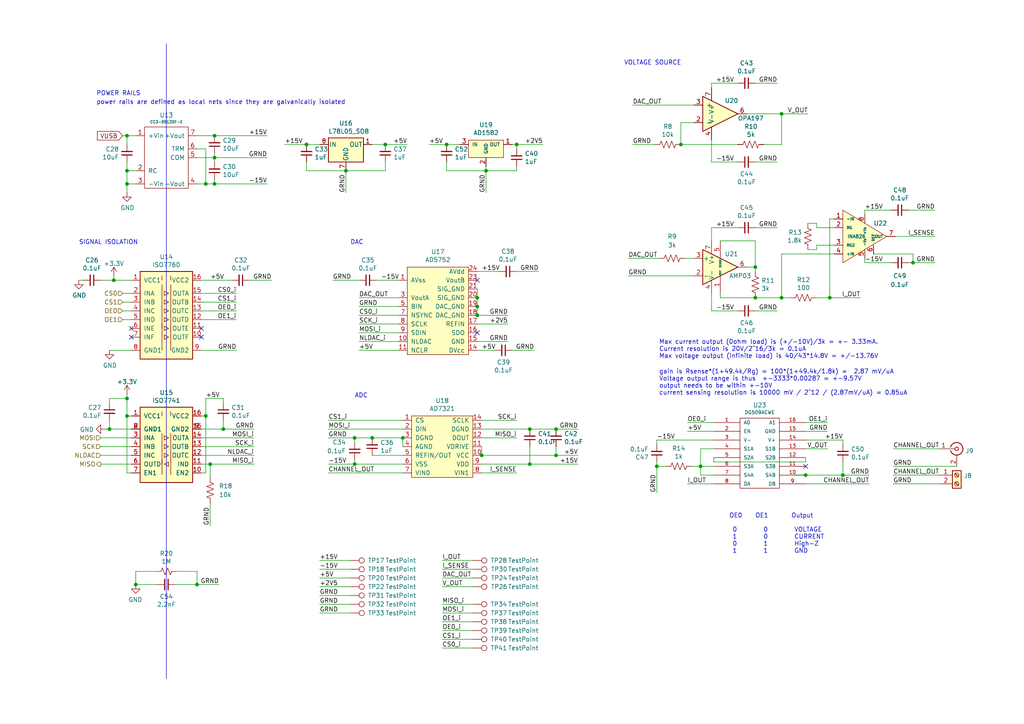
<source format=kicad_sch>
(kicad_sch (version 20231120) (generator "eeschema") (generator_version "8.0")
  (paper "A4")
  (junction (at 36.83 120.65))
  (junction (at 57.15 169.545))
  (junction (at 140.97 49.53))
  (junction (at 36.83 53.34))
  (junction (at 62.23 39.37))
  (junction (at 31.75 124.46))
  (junction (at 264.795 76.2))
  (junction (at 149.86 41.91))
  (junction (at 161.29 132.08))
  (junction (at 64.77 124.46))
  (junction (at 161.29 124.46))
  (junction (at 59.69 53.34))
  (junction (at 139.7 132.08))
  (junction (at 197.485 41.91))
  (junction (at 36.83 115.57))
  (junction (at 138.43 91.44))
  (junction (at 36.83 39.37))
  (junction (at 100.33 49.53))
  (junction (at 138.43 86.36))
  (junction (at 219.075 77.47))
  (junction (at 62.23 45.72))
  (junction (at 102.87 127))
  (junction (at 240.665 86.36))
  (junction (at 88.9 41.91))
  (junction (at 129.54 41.91))
  (junction (at 233.68 137.795))
  (junction (at 39.37 169.545))
  (junction (at 36.83 49.53))
  (junction (at 60.96 134.62))
  (junction (at 116.84 127))
  (junction (at 219.075 86.36))
  (junction (at 244.475 137.795))
  (junction (at 59.69 120.65))
  (junction (at 33.02 81.28))
  (junction (at 102.87 134.62))
  (junction (at 111.76 41.91))
  (junction (at 138.43 88.9))
  (junction (at 226.695 86.36))
  (junction (at 203.2 135.255))
  (junction (at 62.23 53.34))
  (junction (at 153.67 134.62))
  (junction (at 107.95 127))
  (junction (at 153.67 124.46))
  (junction (at 226.695 33.02))
  (junction (at 190.5 135.255))
  (no_connect (at 138.43 96.52))
  (no_connect (at 138.43 81.28))
  (no_connect (at 233.68 135.255))
  (no_connect (at 38.1 95.25))
  (no_connect (at 58.42 95.25))
  (no_connect (at 58.42 97.79))
  (no_connect (at 38.1 97.79))
  (wire (pts (xy 140.97 49.53) (xy 140.97 48.26)))
  (wire (pts (xy 259.08 140.335) (xy 272.415 140.335)))
  (wire (pts (xy 64.77 121.92) (xy 64.77 124.46)))
  (wire (pts (xy 190.5 135.255) (xy 190.5 142.875)))
  (wire (pts (xy 244.475 128.905) (xy 244.475 127.635)))
  (wire (pts (xy 208.915 69.85) (xy 219.075 69.85)))
  (wire (pts (xy 128.27 185.42) (xy 137.16 185.42)))
  (wire (pts (xy 104.14 99.06) (xy 115.57 99.06)))
  (wire (pts (xy 129.54 41.91) (xy 133.35 41.91)))
  (wire (pts (xy 92.71 175.26) (xy 101.6 175.26)))
  (wire (pts (xy 207.01 137.795) (xy 203.2 137.795)))
  (wire (pts (xy 206.375 69.85) (xy 206.375 66.04)))
  (wire (pts (xy 102.87 134.62) (xy 102.87 133.35)))
  (wire (pts (xy 92.71 162.56) (xy 101.6 162.56)))
  (wire (pts (xy 264.795 73.66) (xy 264.795 76.2)))
  (wire (pts (xy 128.27 177.8) (xy 137.16 177.8)))
  (wire (pts (xy 206.375 90.17) (xy 206.375 85.09)))
  (wire (pts (xy 33.02 81.28) (xy 33.02 80.01)))
  (wire (pts (xy 149.86 41.91) (xy 149.86 43.18)))
  (wire (pts (xy 36.83 39.37) (xy 39.37 39.37)))
  (wire (pts (xy 104.14 88.9) (xy 115.57 88.9)))
  (wire (pts (xy 102.87 128.27) (xy 102.87 127)))
  (wire (pts (xy 219.075 86.36) (xy 226.695 86.36)))
  (wire (pts (xy 236.855 72.39) (xy 234.315 72.39)))
  (wire (pts (xy 57.15 39.37) (xy 62.23 39.37)))
  (wire (pts (xy 36.83 137.16) (xy 38.1 137.16)))
  (wire (pts (xy 138.43 93.98) (xy 147.32 93.98)))
  (wire (pts (xy 139.7 134.62) (xy 153.67 134.62)))
  (wire (pts (xy 36.83 120.65) (xy 36.83 137.16)))
  (wire (pts (xy 219.075 90.17) (xy 225.425 90.17)))
  (wire (pts (xy 57.15 43.18) (xy 59.69 43.18)))
  (wire (pts (xy 139.7 124.46) (xy 153.67 124.46)))
  (wire (pts (xy 138.43 99.06) (xy 147.32 99.06)))
  (wire (pts (xy 39.37 165.735) (xy 45.72 165.735)))
  (wire (pts (xy 59.69 137.16) (xy 59.69 120.65)))
  (wire (pts (xy 62.23 45.72) (xy 77.47 45.72)))
  (polyline (pts (xy 48.26 12.7) (xy 48.26 196.85)))
  (wire (pts (xy 226.695 33.02) (xy 226.695 41.91)))
  (wire (pts (xy 72.39 81.28) (xy 78.74 81.28)))
  (wire (pts (xy 38.1 90.17) (xy 35.56 90.17)))
  (wire (pts (xy 240.665 86.36) (xy 249.555 86.36)))
  (wire (pts (xy 128.27 182.88) (xy 137.16 182.88)))
  (wire (pts (xy 58.42 85.09) (xy 68.58 85.09)))
  (wire (pts (xy 250.825 62.23) (xy 250.825 60.96)))
  (wire (pts (xy 234.315 64.77) (xy 236.855 64.77)))
  (wire (pts (xy 38.1 85.09) (xy 35.56 85.09)))
  (wire (pts (xy 38.1 81.28) (xy 33.02 81.28)))
  (wire (pts (xy 59.69 53.34) (xy 57.15 53.34)))
  (wire (pts (xy 58.42 129.54) (xy 73.66 129.54)))
  (wire (pts (xy 244.475 133.985) (xy 244.475 137.795)))
  (wire (pts (xy 58.42 101.6) (xy 68.58 101.6)))
  (wire (pts (xy 31.75 101.6) (xy 38.1 101.6)))
  (wire (pts (xy 219.075 66.04) (xy 225.425 66.04)))
  (wire (pts (xy 29.21 127) (xy 38.1 127)))
  (wire (pts (xy 149.86 78.74) (xy 156.21 78.74)))
  (wire (pts (xy 219.075 86.36) (xy 208.915 86.36)))
  (wire (pts (xy 139.7 127) (xy 149.86 127)))
  (wire (pts (xy 102.87 127) (xy 95.25 127)))
  (wire (pts (xy 161.29 124.46) (xy 167.64 124.46)))
  (wire (pts (xy 58.42 87.63) (xy 68.58 87.63)))
  (wire (pts (xy 128.27 167.64) (xy 137.16 167.64)))
  (wire (pts (xy 95.25 137.16) (xy 116.84 137.16)))
  (wire (pts (xy 92.71 170.18) (xy 101.6 170.18)))
  (wire (pts (xy 226.695 86.36) (xy 229.235 86.36)))
  (wire (pts (xy 138.43 91.44) (xy 147.32 91.44)))
  (wire (pts (xy 233.68 125.095) (xy 240.03 125.095)))
  (wire (pts (xy 199.39 140.335) (xy 207.01 140.335)))
  (wire (pts (xy 207.01 135.255) (xy 203.2 135.255)))
  (wire (pts (xy 259.08 135.255) (xy 277.495 135.255)))
  (wire (pts (xy 36.83 115.57) (xy 36.83 114.3)))
  (wire (pts (xy 124.46 41.91) (xy 129.54 41.91)))
  (wire (pts (xy 264.795 76.2) (xy 263.525 76.2)))
  (wire (pts (xy 139.7 132.08) (xy 139.7 129.54)))
  (wire (pts (xy 95.25 121.92) (xy 116.84 121.92)))
  (wire (pts (xy 208.915 86.36) (xy 208.915 85.09)))
  (wire (pts (xy 50.8 169.545) (xy 57.15 169.545)))
  (wire (pts (xy 264.795 76.2) (xy 271.145 76.2)))
  (wire (pts (xy 35.56 87.63) (xy 38.1 87.63)))
  (wire (pts (xy 258.445 76.2) (xy 250.825 76.2)))
  (wire (pts (xy 128.27 187.96) (xy 137.16 187.96)))
  (wire (pts (xy 149.86 49.53) (xy 149.86 48.26)))
  (wire (pts (xy 236.855 64.77) (xy 236.855 66.04)))
  (wire (pts (xy 233.68 130.175) (xy 240.03 130.175)))
  (wire (pts (xy 233.68 127.635) (xy 244.475 127.635)))
  (wire (pts (xy 138.43 88.9) (xy 138.43 91.44)))
  (wire (pts (xy 35.56 92.71) (xy 38.1 92.71)))
  (wire (pts (xy 149.86 41.91) (xy 157.48 41.91)))
  (wire (pts (xy 29.21 81.28) (xy 33.02 81.28)))
  (wire (pts (xy 199.39 122.555) (xy 207.01 122.555)))
  (wire (pts (xy 244.475 137.795) (xy 252.095 137.795)))
  (wire (pts (xy 161.29 129.54) (xy 161.29 132.08)))
  (wire (pts (xy 109.22 81.28) (xy 115.57 81.28)))
  (wire (pts (xy 229.87 137.795) (xy 233.68 137.795)))
  (wire (pts (xy 57.15 45.72) (xy 62.23 45.72)))
  (wire (pts (xy 104.14 96.52) (xy 115.57 96.52)))
  (wire (pts (xy 31.75 115.57) (xy 31.75 116.84)))
  (wire (pts (xy 92.71 177.8) (xy 101.6 177.8)))
  (wire (pts (xy 29.21 129.54) (xy 38.1 129.54)))
  (wire (pts (xy 58.42 120.65) (xy 59.69 120.65)))
  (wire (pts (xy 250.825 74.93) (xy 250.825 76.2)))
  (wire (pts (xy 96.52 81.28) (xy 104.14 81.28)))
  (wire (pts (xy 250.825 60.96) (xy 258.445 60.96)))
  (wire (pts (xy 216.535 33.02) (xy 226.695 33.02)))
  (wire (pts (xy 58.42 124.46) (xy 64.77 124.46)))
  (wire (pts (xy 206.375 24.13) (xy 213.995 24.13)))
  (wire (pts (xy 58.42 132.08) (xy 73.66 132.08)))
  (wire (pts (xy 116.84 129.54) (xy 116.84 127)))
  (wire (pts (xy 206.375 40.64) (xy 206.375 46.99)))
  (wire (pts (xy 190.5 135.255) (xy 193.04 135.255)))
  (wire (pts (xy 198.755 74.93) (xy 201.295 74.93)))
  (wire (pts (xy 95.25 134.62) (xy 102.87 134.62)))
  (wire (pts (xy 259.715 68.58) (xy 271.145 68.58)))
  (wire (pts (xy 206.375 66.04) (xy 213.995 66.04)))
  (wire (pts (xy 128.27 162.56) (xy 137.16 162.56)))
  (wire (pts (xy 111.76 41.91) (xy 118.11 41.91)))
  (wire (pts (xy 59.69 120.65) (xy 59.69 115.57)))
  (wire (pts (xy 92.71 172.72) (xy 101.6 172.72)))
  (wire (pts (xy 236.855 66.04) (xy 241.935 66.04)))
  (wire (pts (xy 148.59 41.91) (xy 149.86 41.91)))
  (wire (pts (xy 88.9 46.99) (xy 88.9 49.53)))
  (wire (pts (xy 100.33 49.53) (xy 100.33 55.88)))
  (wire (pts (xy 88.9 49.53) (xy 100.33 49.53)))
  (wire (pts (xy 226.695 73.66) (xy 241.935 73.66)))
  (wire (pts (xy 92.71 167.64) (xy 101.6 167.64)))
  (wire (pts (xy 190.5 135.255) (xy 190.5 133.985)))
  (wire (pts (xy 226.695 73.66) (xy 226.695 86.36)))
  (wire (pts (xy 59.69 53.34) (xy 62.23 53.34)))
  (wire (pts (xy 203.2 137.795) (xy 203.2 135.255)))
  (wire (pts (xy 203.2 130.175) (xy 203.2 135.255)))
  (wire (pts (xy 36.83 53.34) (xy 36.83 55.88)))
  (wire (pts (xy 64.77 124.46) (xy 73.66 124.46)))
  (wire (pts (xy 100.33 49.53) (xy 111.76 49.53)))
  (wire (pts (xy 102.87 134.62) (xy 116.84 134.62)))
  (wire (pts (xy 140.97 49.53) (xy 149.86 49.53)))
  (wire (pts (xy 62.23 45.72) (xy 62.23 46.99)))
  (wire (pts (xy 104.14 91.44) (xy 115.57 91.44)))
  (wire (pts (xy 197.485 35.56) (xy 201.295 35.56)))
  (wire (pts (xy 148.59 101.6) (xy 154.94 101.6)))
  (wire (pts (xy 139.7 132.08) (xy 161.29 132.08)))
  (wire (pts (xy 128.27 170.18) (xy 137.16 170.18)))
  (wire (pts (xy 161.29 132.08) (xy 167.64 132.08)))
  (wire (pts (xy 82.55 41.91) (xy 88.9 41.91)))
  (wire (pts (xy 36.83 120.65) (xy 36.83 115.57)))
  (wire (pts (xy 206.375 25.4) (xy 206.375 24.13)))
  (wire (pts (xy 183.515 30.48) (xy 201.295 30.48)))
  (wire (pts (xy 138.43 86.36) (xy 138.43 88.9)))
  (wire (pts (xy 35.56 39.37) (xy 36.83 39.37)))
  (wire (pts (xy 253.365 73.66) (xy 264.795 73.66)))
  (wire (pts (xy 219.075 24.13) (xy 225.425 24.13)))
  (wire (pts (xy 24.13 81.28) (xy 22.86 81.28)))
  (wire (pts (xy 200.66 135.255) (xy 203.2 135.255)))
  (wire (pts (xy 58.42 127) (xy 73.66 127)))
  (wire (pts (xy 207.01 132.715) (xy 207.01 133.985)))
  (wire (pts (xy 62.23 39.37) (xy 77.47 39.37)))
  (wire (pts (xy 58.42 134.62) (xy 60.96 134.62)))
  (wire (pts (xy 59.69 115.57) (xy 64.77 115.57)))
  (wire (pts (xy 111.76 49.53) (xy 111.76 46.99)))
  (wire (pts (xy 207.01 125.095) (xy 199.39 125.095)))
  (wire (pts (xy 62.23 53.34) (xy 62.23 52.07)))
  (wire (pts (xy 236.855 86.36) (xy 240.665 86.36)))
  (wire (pts (xy 64.77 115.57) (xy 64.77 116.84)))
  (wire (pts (xy 206.375 46.99) (xy 213.995 46.99)))
  (wire (pts (xy 58.42 81.28) (xy 67.31 81.28)))
  (wire (pts (xy 219.075 77.47) (xy 219.075 78.74)))
  (wire (pts (xy 259.08 137.795) (xy 272.415 137.795)))
  (wire (pts (xy 233.68 137.795) (xy 244.475 137.795)))
  (wire (pts (xy 95.25 124.46) (xy 116.84 124.46)))
  (wire (pts (xy 107.95 41.91) (xy 111.76 41.91)))
  (wire (pts (xy 221.615 41.91) (xy 226.695 41.91)))
  (wire (pts (xy 197.485 41.91) (xy 197.485 35.56)))
  (wire (pts (xy 60.96 134.62) (xy 60.96 138.43)))
  (wire (pts (xy 60.96 134.62) (xy 73.66 134.62)))
  (wire (pts (xy 60.96 146.05) (xy 60.96 152.4)))
  (wire (pts (xy 240.665 63.5) (xy 240.665 86.36)))
  (wire (pts (xy 31.75 121.92) (xy 31.75 124.46)))
  (wire (pts (xy 206.375 90.17) (xy 213.995 90.17)))
  (wire (pts (xy 39.37 53.34) (xy 36.83 53.34)))
  (wire (pts (xy 38.1 120.65) (xy 36.83 120.65)))
  (wire (pts (xy 128.27 165.1) (xy 137.16 165.1)))
  (wire (pts (xy 182.245 80.01) (xy 201.295 80.01)))
  (wire (pts (xy 36.83 41.91) (xy 36.83 39.37)))
  (wire (pts (xy 102.87 127) (xy 107.95 127)))
  (wire (pts (xy 29.21 134.62) (xy 38.1 134.62)))
  (wire (pts (xy 207.01 133.985) (xy 233.68 133.985)))
  (wire (pts (xy 58.42 90.17) (xy 68.58 90.17)))
  (wire (pts (xy 233.68 133.985) (xy 233.68 132.715)))
  (wire (pts (xy 92.71 41.91) (xy 88.9 41.91)))
  (wire (pts (xy 128.27 180.34) (xy 137.16 180.34)))
  (wire (pts (xy 207.01 130.175) (xy 203.2 130.175)))
  (wire (pts (xy 138.43 101.6) (xy 143.51 101.6)))
  (wire (pts (xy 58.42 92.71) (xy 68.58 92.71)))
  (wire (pts (xy 219.075 46.99) (xy 225.425 46.99)))
  (wire (pts (xy 104.14 93.98) (xy 115.57 93.98)))
  (wire (pts (xy 36.83 46.99) (xy 36.83 49.53)))
  (wire (pts (xy 236.855 71.12) (xy 236.855 72.39)))
  (wire (pts (xy 104.14 101.6) (xy 115.57 101.6)))
  (wire (pts (xy 190.5 128.905) (xy 190.5 127.635)))
  (wire (pts (xy 182.245 74.93) (xy 191.135 74.93)))
  (wire (pts (xy 62.23 53.34) (xy 77.47 53.34)))
  (wire (pts (xy 190.5 127.635) (xy 207.01 127.635)))
  (wire (pts (xy 30.48 124.46) (xy 31.75 124.46)))
  (wire (pts (xy 153.67 134.62) (xy 167.64 134.62)))
  (wire (pts (xy 58.42 137.16) (xy 59.69 137.16)))
  (wire (pts (xy 216.535 77.47) (xy 219.075 77.47)))
  (wire (pts (xy 129.54 49.53) (xy 140.97 49.53)))
  (wire (pts (xy 57.15 169.545) (xy 63.5 169.545)))
  (wire (pts (xy 62.23 45.72) (xy 62.23 44.45)))
  (wire (pts (xy 263.525 60.96) (xy 271.145 60.96)))
  (wire (pts (xy 219.075 69.85) (xy 219.075 77.47)))
  (wire (pts (xy 153.67 124.46) (xy 161.29 124.46)))
  (wire (pts (xy 31.75 115.57) (xy 36.83 115.57)))
  (wire (pts (xy 57.15 169.545) (xy 57.15 165.735)))
  (wire (pts (xy 138.43 78.74) (xy 144.78 78.74)))
  (wire (pts (xy 241.935 71.12) (xy 236.855 71.12)))
  (wire (pts (xy 233.68 140.335) (xy 252.095 140.335)))
  (wire (pts (xy 59.69 43.18) (xy 59.69 53.34)))
  (wire (pts (xy 138.43 83.82) (xy 138.43 86.36)))
  (wire (pts (xy 226.695 33.02) (xy 234.315 33.02)))
  (wire (pts (xy 259.08 130.175) (xy 272.415 130.175)))
  (wire (pts (xy 139.7 137.16) (xy 149.86 137.16)))
  (wire (pts (xy 29.21 132.08) (xy 38.1 132.08)))
  (wire (pts (xy 140.97 49.53) (xy 140.97 55.88)))
  (wire (pts (xy 197.485 41.91) (xy 213.995 41.91)))
  (wire (pts (xy 153.67 134.62) (xy 153.67 129.54)))
  (wire (pts (xy 92.71 165.1) (xy 101.6 165.1)))
  (wire (pts (xy 39.37 49.53) (xy 36.83 49.53)))
  (wire (pts (xy 36.83 49.53) (xy 36.83 53.34)))
  (wire (pts (xy 45.72 169.545) (xy 39.37 169.545)))
  (wire (pts (xy 128.27 175.26) (xy 137.16 175.26)))
  (wire (pts (xy 107.95 132.08) (xy 116.84 132.08)))
  (wire (pts (xy 183.515 41.91) (xy 189.865 41.91)))
  (wire (pts (xy 104.14 86.36) (xy 115.57 86.36)))
  (wire (pts (xy 107.95 127) (xy 116.84 127)))
  (wire (pts (xy 139.7 121.92) (xy 149.86 121.92)))
  (wire (pts (xy 39.37 169.545) (xy 39.37 165.735)))
  (wire (pts (xy 233.68 122.555) (xy 240.03 122.555)))
  (wire (pts (xy 50.8 165.735) (xy 57.15 165.735)))
  (wire (pts (xy 31.75 124.46) (xy 38.1 124.46)))
  (wire (pts (xy 241.935 63.5) (xy 240.665 63.5)))
  (wire (pts (xy 129.54 46.99) (xy 129.54 49.53)))
  (text "power rails are defined as local nets since they are galvanically isolated" (at 27.94 30.48 0) (effects (font (size 1.27 1.27)) (justify left bottom)))
  (text "ADC" (at 102.87 115.57 0) (effects (font (size 1.27 1.27)) (justify left bottom)))
  (text "gain is Rsense*(1+49.4k/Rg) = 100*(1+49.4k/1.8k) =  2.87 mV/uA\nVoltage output range is thus  +-3333*0.00287 = +-9.57V\noutput needs to be within +-10V\ncurrent sensing resolution is 10000 mV / 2^12 / (2.87mV/uA) = 0.85uA\n\n" (at 191.135 116.84 0) (effects (font (size 1.27 1.27)) (justify left bottom)))
  (text "OE0    OE1       Output      \n\n 0        0        VOLTAGE     \n 1        0        CURRENT    \n 0        1        High-Z  \n 1        1        GND  " (at 211.455 160.655 0) (effects (font (size 1.27 1.27)) (justify left bottom)))
  (text "SIGNAL ISOLATION" (at 22.86 71.12 0) (effects (font (size 1.27 1.27)) (justify left bottom)))
  (text "POWER RAILS" (at 27.94 27.94 0) (effects (font (size 1.27 1.27)) (justify left bottom)))
  (text "VOLTAGE SOURCE" (at 180.975 19.05 0) (effects (font (size 1.27 1.27)) (justify left bottom)))
  (text "DAC" (at 101.6 71.12 0) (effects (font (size 1.27 1.27)) (justify left bottom)))
  (text "Max current output (0ohm load) is (+/-10V)/3k = +- 3.33mA.\nCurrent resolution is 20V/2^16/3k = 0.1uA\nMax voltage output (infinite load) is 40/43*14.8V = +/-13.76V" (at 191.135 104.14 0) (effects (font (size 1.27 1.27)) (justify left bottom)))
  (label "MOSI_i" (at 95.25 124.46 0))
  (label "CHANNEL_OUT" (at 95.25 137.16 0))
  (label "GRND" (at 154.94 101.6 180))
  (label "DAC_OUT" (at 128.27 167.64 0))
  (label "+15V" (at 250.825 60.96 0))
  (label "GRND" (at 167.64 124.46 180))
  (label "-15V" (at 207.645 46.99 0))
  (label "+15V" (at 207.645 24.13 0))
  (label "SCK_i" (at 149.86 121.92 180))
  (label "OE1_i" (at 128.27 180.34 0))
  (label "GRND" (at 78.74 81.28 180))
  (label "CS1_i" (at 95.25 121.92 0))
  (label "+15V" (at 82.55 41.91 0))
  (label "GRND" (at 77.47 45.72 180))
  (label "MISO_i" (at 73.66 134.62 180))
  (label "NLDAC_i" (at 104.14 99.06 0))
  (label "+5V" (at 124.46 41.91 0))
  (label "-15V" (at 95.25 134.62 0))
  (label "+5V" (at 104.14 101.6 0))
  (label "GRND" (at 271.145 76.2 180))
  (label "+15V" (at 139.7 78.74 0))
  (label "SCK_i" (at 104.14 93.98 0))
  (label "GRND" (at 92.71 175.26 0))
  (label "GRND" (at 156.21 78.74 180))
  (label "+2V5" (at 92.71 170.18 0))
  (label "+2V5" (at 157.48 41.91 180))
  (label "-15V" (at 250.825 76.2 0))
  (label "GRND" (at 73.66 124.46 180))
  (label "V_OUT" (at 240.03 130.175 180))
  (label "+5V" (at 139.7 101.6 0))
  (label "GRND" (at 183.515 41.91 0))
  (label "GRND" (at 240.03 125.095 180))
  (label "DAC_OUT" (at 183.515 30.48 0))
  (label "V_OUT" (at 234.315 33.02 180))
  (label "GRND" (at 96.52 81.28 0))
  (label "+15V" (at 167.64 134.62 180))
  (label "GRND" (at 92.71 177.8 0))
  (label "+15V" (at 92.71 162.56 0))
  (label "OE0_i" (at 128.27 182.88 0))
  (label "MOSI_i" (at 104.14 96.52 0))
  (label "GRND" (at 225.425 46.99 180))
  (label "I_OUT" (at 249.555 86.36 180))
  (label "GRND" (at 190.5 142.875 90))
  (label "NLDAC_i" (at 73.66 132.08 180))
  (label "MOSI_i" (at 73.66 127 180))
  (label "GRND" (at 60.96 152.4 90))
  (label "CS1_i" (at 128.27 185.42 0))
  (label "DAC_OUT" (at 182.245 74.93 0))
  (label "GRND" (at 68.58 101.6 180))
  (label "GRND" (at 225.425 90.17 180))
  (label "-15V" (at 110.49 81.28 0))
  (label "GRND" (at 63.5 169.545 180))
  (label "GRND" (at 95.25 127 0))
  (label "GRND" (at 92.71 172.72 0))
  (label "CHANNEL_OUT" (at 252.095 140.335 180))
  (label "OE1_i" (at 240.03 122.555 180))
  (label "DAC_OUT" (at 104.14 86.36 0))
  (label "+5V" (at 92.71 167.64 0))
  (label "GRND" (at 252.095 137.795 180))
  (label "GRND" (at 147.32 99.06 180))
  (label "OE0_i" (at 68.58 90.17 180))
  (label "CS0_i" (at 104.14 91.44 0))
  (label "+5V" (at 118.11 41.91 180))
  (label "GRND" (at 259.08 135.255 0))
  (label "I_SENSE" (at 149.86 137.16 180))
  (label "CS1_i" (at 68.58 87.63 180))
  (label "-15V" (at 77.47 53.34 180))
  (label "MISO_i" (at 149.86 127 180))
  (label "CHANNEL_OUT" (at 259.08 137.795 0))
  (label "I_OUT" (at 199.39 140.335 0))
  (label "GRND" (at 182.245 80.01 0))
  (label "MOSI_i" (at 128.27 177.8 0))
  (label "+5V" (at 199.39 125.095 0))
  (label "+2V5" (at 147.32 93.98 180))
  (label "-15V" (at 207.645 90.17 0))
  (label "+15V" (at 77.47 39.37 180))
  (label "+5V" (at 60.96 81.28 0))
  (label "OE0_i" (at 199.39 122.555 0))
  (label "GRND" (at 147.32 91.44 180))
  (label "I_SENSE" (at 271.145 68.58 180))
  (label "MISO_i" (at 128.27 175.26 0))
  (label "V_OUT" (at 128.27 170.18 0))
  (label "-15V" (at 190.5 127.635 0))
  (label "+15V" (at 244.475 127.635 180))
  (label "GRND" (at 225.425 66.04 180))
  (label "GRND" (at 100.33 55.88 90))
  (label "GRND" (at 259.08 140.335 0))
  (label "GRND" (at 104.14 88.9 0))
  (label "OE1_i" (at 68.58 92.71 180))
  (label "GRND" (at 140.97 55.88 90))
  (label "I_OUT" (at 128.27 162.56 0))
  (label "SCK_i" (at 73.66 129.54 180))
  (label "-15V" (at 92.71 165.1 0))
  (label "CS0_i" (at 128.27 187.96 0))
  (label "I_SENSE" (at 128.27 165.1 0))
  (label "CS0_i" (at 68.58 85.09 180))
  (label "+5V" (at 59.69 115.57 0))
  (label "+5V" (at 167.64 132.08 180))
  (label "CHANNEL_OUT" (at 259.08 130.175 0))
  (label "+15V" (at 207.645 66.04 0))
  (label "GRND" (at 225.425 24.13 180))
  (label "GRND" (at 271.145 60.96 180))
  (global_label "VUSB" (shape input) (at 35.56 39.37 180) (property "Intersheetrefs" "${INTERSHEET_REFS}" (effects (hide yes))))
  (hierarchical_label "SCK" (shape input) (at 29.21 129.54 180))
  (hierarchical_label "OE1" (shape input) (at 35.56 92.71 180))
  (hierarchical_label "MOSI" (shape input) (at 29.21 127 180))
  (hierarchical_label "OE0" (shape input) (at 35.56 90.17 180))
  (hierarchical_label "NLDAC" (shape input) (at 29.21 132.08 180))
  (hierarchical_label "MISO" (shape output) (at 29.21 134.62 180))
  (hierarchical_label "CS0" (shape input) (at 35.56 85.09 180))
  (hierarchical_label "CS1" (shape input) (at 35.56 87.63 180))
  (symbol (lib_id "Connector:TestPoint") (at 101.6 172.72 270) (unit 1)
    (property "Reference" "TP31" (at 106.68 172.72 90) (effects (justify left)))
    (property "Value" "TestPoint" (at 111.76 172.72 90) (effects (justify left)))
    (property "Footprint" "TestPoint:TestPoint_THTPad_D1.0mm_Drill0.5mm" (effects (hide yes)))
    (instances (project "stimjim" (path "" (reference "TP31") (unit 1)) (path "" (reference "TP42") (unit 1))))
  )
  (symbol (lib_id "power:GND") (at 39.37 169.545 0) (mirror y) (unit 1)
    (property "Reference" "#PWR01" (effects (hide yes)))
    (property "Value" "GND" (at 39.243 173.9392 0))
    (instances (project "stimjim" (path "" (reference "#PWR01") (unit 1)) (path "" (reference "#PWR015") (unit 1))))
  )
  (symbol (lib_id "Device:C_Small") (at 216.535 24.13 270) (unit 1)
    (property "Reference" "C43" (at 216.535 18.3134 90))
    (property "Value" "0.1uF" (at 216.535 20.6248 90))
    (property "Footprint" "Capacitor_SMD:C_0603_1608Metric" (effects (hide yes)))
    (instances (project "stimjim" (path "" (reference "C43") (unit 1)) (path "" (reference "C18") (unit 1))))
  )
  (symbol (lib_id "Device:C_Small") (at 149.86 45.72 180) (unit 1)
    (property "Reference" "C40" (at 152.1968 44.5516 0) (effects (justify right)))
    (property "Value" "1uF" (at 152.1968 46.863 0) (effects (justify right)))
    (property "Footprint" "Capacitor_SMD:C_0603_1608Metric" (effects (hide yes)))
    (instances (project "stimjim" (path "" (reference "C40") (unit 1)) (path "" (reference "C15") (unit 1))))
  )
  (symbol (lib_id "Connector:TestPoint") (at 137.16 180.34 270) (unit 1)
    (property "Reference" "TP38" (at 142.24 180.34 90) (effects (justify left)))
    (property "Value" "TestPoint" (at 147.32 180.34 90) (effects (justify left)))
    (property "Footprint" "TestPoint:TestPoint_THTPad_D1.0mm_Drill0.5mm" (effects (hide yes)))
    (instances (project "stimjim" (path "" (reference "TP38") (unit 1)) (path "" (reference "TP49") (unit 1))))
  )
  (symbol (lib_id "Device:C_Small") (at 190.5 131.445 0) (mirror x) (unit 1)
    (property "Reference" "C47" (at 188.1632 132.6134 0) (effects (justify right)))
    (property "Value" "0.1uF" (at 188.1632 130.302 0) (effects (justify right)))
    (property "Footprint" "Capacitor_SMD:C_0603_1608Metric" (effects (hide yes)))
    (instances (project "stimjim" (path "" (reference "C47") (unit 1)) (path "" (reference "C22") (unit 1))))
  )
  (symbol (lib_id "Device:C_Small") (at 216.535 66.04 270) (unit 1)
    (property "Reference" "C45" (at 216.535 60.2234 90))
    (property "Value" "0.1uF" (at 216.535 62.5348 90))
    (property "Footprint" "Capacitor_SMD:C_0603_1608Metric" (effects (hide yes)))
    (instances (project "stimjim" (path "" (reference "C45") (unit 1)) (path "" (reference "C19") (unit 1))))
  )
  (symbol (lib_id "power:GND") (at 22.86 81.28 0) (unit 1)
    (property "Reference" "#PWR0102" (effects (hide yes)))
    (property "Value" "GND" (at 22.987 85.6742 0))
    (instances (project "stimjim" (path "" (reference "#PWR0102") (unit 1)) (path "" (reference "#PWR03") (unit 1))))
  )
  (symbol (lib_id "power:GND") (at 30.48 124.46 270) (unit 1)
    (property "Reference" "#PWR0105" (effects (hide yes)))
    (property "Value" "GND" (at 27.2288 124.587 90) (effects (justify right)))
    (instances (project "stimjim" (path "" (reference "#PWR0105") (unit 1)) (path "" (reference "#PWR08") (unit 1))))
  )
  (symbol (lib_id "power:+3.3V") (at 36.83 114.3 0) (unit 1)
    (property "Reference" "#PWR0103" (effects (hide yes)))
    (property "Value" "+3.3V" (at 36.83 110.744 0))
    (instances (project "stimjim" (path "" (reference "#PWR0103") (unit 1)) (path "" (reference "#PWR014") (unit 1))))
  )
  (symbol (lib_id "Device:R_US") (at 233.045 86.36 90) (unit 1)
    (property "Reference" "R12" (at 233.045 81.153 90))
    (property "Value" "100" (at 233.045 83.4644 90))
    (property "Footprint" "Resistor_SMD:R_0603_1608Metric" (effects (hide yes)))
    (instances (project "stimjim" (path "" (reference "R12") (unit 1)) (path "" (reference "R5") (unit 1))))
  )
  (symbol (lib_name "AD7321_1") (lib_id "stimjimlib:AD7321") (at 128.27 129.54 0) (unit 1)
    (property "Reference" "U18" (at 128.27 116.205 0))
    (property "Value" "AD7321" (at 128.27 118.5164 0))
    (property "Footprint" "Package_SO:TSSOP-14_4.4x5mm_P0.65mm" (effects (hide yes)))
    (instances (project "stimjim" (path "" (reference "U18") (unit 1)) (path "" (reference "U7") (unit 1))))
  )
  (symbol (lib_id "Device:R_US") (at 196.85 135.255 90) (unit 1)
    (property "Reference" "R14" (at 196.85 130.048 90))
    (property "Value" "1k" (at 196.85 132.3594 90))
    (property "Footprint" "Resistor_SMD:R_0603_1608Metric" (effects (hide yes)))
    (instances (project "stimjim" (path "" (reference "R14") (unit 1)) (path "" (reference "R7") (unit 1))))
  )
  (symbol (lib_id "Connector:TestPoint") (at 137.16 182.88 270) (unit 1)
    (property "Reference" "TP39" (at 142.24 182.88 90) (effects (justify left)))
    (property "Value" "TestPoint" (at 147.32 182.88 90) (effects (justify left)))
    (property "Footprint" "TestPoint:TestPoint_THTPad_D1.0mm_Drill0.5mm" (effects (hide yes)))
    (instances (project "stimjim" (path "" (reference "TP39") (unit 1)) (path "" (reference "TP50") (unit 1))))
  )
  (symbol (lib_id "Device:C_Small") (at 216.535 46.99 90) (unit 1)
    (property "Reference" "C44" (at 216.535 50.4698 90))
    (property "Value" "0.1uF" (at 216.535 52.7812 90))
    (property "Footprint" "Capacitor_SMD:C_0603_1608Metric" (effects (hide yes)))
    (instances (project "stimjim" (path "" (reference "C44") (unit 1)) (path "" (reference "C20") (unit 1))))
  )
  (symbol (lib_id "Device:C_Small") (at 244.475 131.445 180) (unit 1)
    (property "Reference" "C50" (at 246.8118 130.2766 0) (effects (justify right)))
    (property "Value" "0.1uF" (at 246.8118 132.588 0) (effects (justify right)))
    (property "Footprint" "Capacitor_SMD:C_0603_1608Metric" (effects (hide yes)))
    (instances (project "stimjim" (path "" (reference "C50") (unit 1)) (path "" (reference "C25") (unit 1))))
  )
  (symbol (lib_id "Device:C_Small") (at 62.23 41.91 180) (unit 1)
    (property "Reference" "C29" (at 64.5668 40.7416 0) (effects (justify right)))
    (property "Value" "10uF" (at 64.5668 43.053 0) (effects (justify right)))
    (property "Footprint" "Capacitor_SMD:C_1206_3216Metric_Pad1.33x1.80mm_HandSolder" (effects (hide yes)))
    (instances (project "stimjim" (path "" (reference "C29") (unit 1)) (path "" (reference "C4") (unit 1))))
  )
  (symbol (lib_id "Connector:TestPoint") (at 137.16 187.96 270) (unit 1)
    (property "Reference" "TP41" (at 142.24 187.96 90) (effects (justify left)))
    (property "Value" "TestPoint" (at 147.32 187.96 90) (effects (justify left)))
    (property "Footprint" "TestPoint:TestPoint_THTPad_D1.0mm_Drill0.5mm" (effects (hide yes)))
    (instances (project "stimjim" (path "" (reference "TP41") (unit 1)) (path "" (reference "TP52") (unit 1))))
  )
  (symbol (lib_id "Device:C_Small") (at 260.985 60.96 270) (unit 1)
    (property "Reference" "C48" (at 260.985 55.1434 90))
    (property "Value" "0.1uF" (at 260.985 57.4548 90))
    (property "Footprint" "Capacitor_SMD:C_0603_1608Metric" (effects (hide yes)))
    (instances (project "stimjim" (path "" (reference "C48") (unit 1)) (path "" (reference "C23") (unit 1))))
  )
  (symbol (lib_id "Connector:Conn_Coaxial") (at 277.495 130.175 0) (unit 1)
    (property "Reference" "J9" (at 280.0096 130.7846 0) (effects (justify left)))
    (property "Value" "Conn_Coaxial" (effects (hide yes)))
    (property "Footprint" "microstim:731375003" (effects (hide yes)))
    (property "Datasheet" " ~" (effects (hide yes)))
    (instances (project "stimjim" (path "" (reference "J9") (unit 1)) (path "" (reference "J7") (unit 1))))
  )
  (symbol (lib_id "power:+3.3V") (at 33.02 80.01 0) (unit 1)
    (property "Reference" "#PWR0101" (effects (hide yes)))
    (property "Value" "+3.3V" (at 33.02 76.454 0))
    (instances (project "stimjim" (path "" (reference "#PWR0101") (unit 1)) (path "" (reference "#PWR010") (unit 1))))
  )
  (symbol (lib_id "Device:C_Small") (at 146.05 101.6 270) (unit 1)
    (property "Reference" "C39" (at 146.05 105.0798 90))
    (property "Value" "0.1uF" (at 146.05 107.3912 90))
    (property "Footprint" "Capacitor_SMD:C_0603_1608Metric" (effects (hide yes)))
    (instances (project "stimjim" (path "" (reference "C39") (unit 1)) (path "" (reference "C14") (unit 1))))
  )
  (symbol (lib_id "Connector:TestPoint") (at 101.6 175.26 270) (unit 1)
    (property "Reference" "TP32" (at 106.68 175.26 90) (effects (justify left)))
    (property "Value" "TestPoint" (at 111.76 175.26 90) (effects (justify left)))
    (property "Footprint" "TestPoint:TestPoint_THTPad_D1.0mm_Drill0.5mm" (effects (hide yes)))
    (instances (project "stimjim" (path "" (reference "TP32") (unit 1)) (path "" (reference "TP43") (unit 1))))
  )
  (symbol (lib_id "Device:C_Small") (at 129.54 44.45 180) (unit 1)
    (property "Reference" "C52" (at 131.8768 43.2816 0) (effects (justify right)))
    (property "Value" "1uF" (at 131.8768 45.593 0) (effects (justify right)))
    (property "Footprint" "Capacitor_SMD:C_0603_1608Metric" (effects (hide yes)))
    (instances (project "stimjim" (path "" (reference "C52") (unit 1)) (path "" (reference "C51") (unit 1))))
  )
  (symbol (lib_name "R_US_1") (lib_id "Device:R_US") (at 60.96 142.24 180) (unit 1)
    (property "Reference" "R18" (at 63.5 140.9699 0) (effects (justify right)))
    (property "Value" "10k" (at 63.5 143.5099 0) (effects (justify right)))
    (property "Footprint" "Resistor_SMD:R_0603_1608Metric" (effects (hide yes)))
    (instances (project "stimjim" (path "" (reference "R18") (unit 1)) (path "" (reference "R17") (unit 1))))
  )
  (symbol (lib_id "Device:C_Small") (at 111.76 44.45 180) (unit 1)
    (property "Reference" "C37" (at 114.0968 43.2816 0) (effects (justify right)))
    (property "Value" "1uF" (at 114.0968 45.593 0) (effects (justify right)))
    (property "Footprint" "Capacitor_SMD:C_0603_1608Metric" (effects (hide yes)))
    (instances (project "stimjim" (path "" (reference "C37") (unit 1)) (path "" (reference "C12") (unit 1))))
  )
  (symbol (lib_id "Device:C_Small") (at 147.32 78.74 270) (unit 1)
    (property "Reference" "C38" (at 147.32 72.9234 90))
    (property "Value" "0.1uF" (at 147.32 75.2348 90))
    (property "Footprint" "Capacitor_SMD:C_0603_1608Metric" (effects (hide yes)))
    (instances (project "stimjim" (path "" (reference "C38") (unit 1)) (path "" (reference "C13") (unit 1))))
  )
  (symbol (lib_id "Device:C_Small") (at 88.9 44.45 180) (unit 1)
    (property "Reference" "C33" (at 91.2368 43.2816 0) (effects (justify right)))
    (property "Value" "1uF" (at 91.2368 45.593 0) (effects (justify right)))
    (property "Footprint" "Capacitor_SMD:C_0603_1608Metric" (effects (hide yes)))
    (instances (project "stimjim" (path "" (reference "C33") (unit 1)) (path "" (reference "C8") (unit 1))))
  )
  (symbol (lib_id "Connector:TestPoint") (at 101.6 177.8 270) (unit 1)
    (property "Reference" "TP33" (at 106.68 177.8 90) (effects (justify left)))
    (property "Value" "TestPoint" (at 111.76 177.8 90) (effects (justify left)))
    (property "Footprint" "TestPoint:TestPoint_THTPad_D1.0mm_Drill0.5mm" (effects (hide yes)))
    (instances (project "stimjim" (path "" (reference "TP33") (unit 1)) (path "" (reference "TP44") (unit 1))))
  )
  (symbol (lib_id "Connector:TestPoint") (at 101.6 162.56 270) (unit 1)
    (property "Reference" "TP17" (at 106.68 162.56 90) (effects (justify left)))
    (property "Value" "TestPoint" (at 111.76 162.56 90) (effects (justify left)))
    (property "Footprint" "TestPoint:TestPoint_THTPad_1.0x1.0mm_Drill0.5mm" (effects (hide yes)))
    (instances (project "stimjim" (path "" (reference "TP17") (unit 1)) (path "" (reference "TP15") (unit 1))))
  )
  (symbol (lib_id "Device:R_Small_US") (at 48.26 165.735 270) (unit 1)
    (property "Reference" "R20" (at 48.26 160.528 90))
    (property "Value" "1M" (at 48.26 162.8394 90))
    (property "Footprint" "Resistor_SMD:R_1210_3225Metric_Pad1.30x2.65mm_HandSolder" (effects (hide yes)))
    (instances (project "stimjim" (path "" (reference "R20") (unit 1)) (path "" (reference "R19") (unit 1))))
  )
  (symbol (lib_id "Connector:TestPoint") (at 137.16 165.1 270) (unit 1)
    (property "Reference" "TP30" (at 144.78 165.1 90))
    (property "Value" "TestPoint" (at 151.765 165.1 90))
    (property "Footprint" "TestPoint:TestPoint_THTPad_D1.0mm_Drill0.5mm" (effects (hide yes)))
    (instances (project "stimjim" (path "" (reference "TP30") (unit 1)) (path "" (reference "TP29") (unit 1))))
  )
  (symbol (lib_id "Device:R_US") (at 219.075 82.55 180) (unit 1)
    (property "Reference" "R11" (at 220.8022 81.3816 0) (effects (justify right)))
    (property "Value" "3k" (at 220.8022 83.693 0) (effects (justify right)))
    (property "Footprint" "Resistor_SMD:R_0603_1608Metric" (effects (hide yes)))
    (instances (project "stimjim" (path "" (reference "R11") (unit 1)) (path "" (reference "R4") (unit 1))))
  )
  (symbol (lib_name "CC3-0512DF-E_1") (lib_id "stimjimlib:CC3-0512DF-E") (at 48.26 48.26 0) (unit 1)
    (property "Reference" "U13" (at 48.26 33.401 0))
    (property "Value" "CC3-0512DF-E" (at 48.26 35.3568 0) (effects (font (size 0.7874 0.7874))))
    (property "Footprint" "microstim:CC3-0512DF-E" (effects (hide yes)))
    (instances (project "stimjim" (path "" (reference "U13") (unit 1)) (path "" (reference "U2") (unit 1))))
  )
  (symbol (lib_id "Device:R_US") (at 193.675 41.91 90) (unit 1)
    (property "Reference" "R8" (at 193.675 36.703 90))
    (property "Value" "10k" (at 193.675 39.0144 90))
    (property "Footprint" "Resistor_SMD:R_0603_1608Metric" (effects (hide yes)))
    (instances (project "stimjim" (path "" (reference "R8") (unit 1)) (path "" (reference "R1") (unit 1))))
  )
  (symbol (lib_id "Device:C_Small") (at 69.85 81.28 270) (unit 1)
    (property "Reference" "C32" (at 69.85 75.4634 90))
    (property "Value" "0.1uF" (at 69.85 77.7748 90))
    (property "Footprint" "Capacitor_SMD:C_0603_1608Metric" (effects (hide yes)))
    (instances (project "stimjim" (path "" (reference "C32") (unit 1)) (path "" (reference "C7") (unit 1))))
  )
  (symbol (lib_id "Device:C_Small") (at 26.67 81.28 270) (unit 1)
    (property "Reference" "C26" (at 26.67 75.4634 90))
    (property "Value" "0.1uF" (at 26.67 77.7748 90))
    (property "Footprint" "Capacitor_SMD:C_0603_1608Metric" (effects (hide yes)))
    (instances (project "stimjim" (path "" (reference "C26") (unit 1)) (path "" (reference "C1") (unit 1))))
  )
  (symbol (lib_id "Connector:TestPoint") (at 137.16 170.18 270) (unit 1)
    (property "Reference" "TP26" (at 144.78 170.18 90))
    (property "Value" "TestPoint" (at 151.765 170.18 90))
    (property "Footprint" "TestPoint:TestPoint_THTPad_D1.0mm_Drill0.5mm" (effects (hide yes)))
    (instances (project "stimjim" (path "" (reference "TP26") (unit 1)) (path "" (reference "TP25") (unit 1))))
  )
  (symbol (lib_id "Connector:TestPoint") (at 137.16 185.42 270) (unit 1)
    (property "Reference" "TP40" (at 142.24 185.42 90) (effects (justify left)))
    (property "Value" "TestPoint" (at 147.32 185.42 90) (effects (justify left)))
    (property "Footprint" "TestPoint:TestPoint_THTPad_D1.0mm_Drill0.5mm" (effects (hide yes)))
    (instances (project "stimjim" (path "" (reference "TP40") (unit 1)) (path "" (reference "TP51") (unit 1))))
  )
  (symbol (lib_id "Device:C_Small") (at 64.77 119.38 0) (unit 1)
    (property "Reference" "C31" (at 67.1068 118.2116 0) (effects (justify left)))
    (property "Value" "0.1uF" (at 67.1068 120.523 0) (effects (justify left)))
    (property "Footprint" "Capacitor_SMD:C_0603_1608Metric" (effects (hide yes)))
    (instances (project "stimjim" (path "" (reference "C31") (unit 1)) (path "" (reference "C6") (unit 1))))
  )
  (symbol (lib_id "Device:C_Small") (at 161.29 127 180) (unit 1)
    (property "Reference" "C42" (at 163.6268 125.8316 0) (effects (justify right)))
    (property "Value" "0.1uF" (at 163.6268 128.143 0) (effects (justify right)))
    (property "Footprint" "Capacitor_SMD:C_0603_1608Metric" (effects (hide yes)))
    (instances (project "stimjim" (path "" (reference "C42") (unit 1)) (path "" (reference "C17") (unit 1))))
  )
  (symbol (lib_id "Device:R_US") (at 234.315 68.58 180) (unit 1)
    (property "Reference" "R13" (at 232.5878 67.4116 0) (effects (justify left)))
    (property "Value" "1.8k" (at 232.5878 69.723 0) (effects (justify left)))
    (property "Footprint" "Resistor_SMD:R_0603_1608Metric" (effects (hide yes)))
    (instances (project "stimjim" (path "" (reference "R13") (unit 1)) (path "" (reference "R6") (unit 1))))
  )
  (symbol (lib_id "Device:C_Small") (at 106.68 81.28 90) (mirror x) (unit 1)
    (property "Reference" "C35" (at 106.68 75.4634 90))
    (property "Value" "0.1uF" (at 106.68 77.7748 90))
    (property "Footprint" "Capacitor_SMD:C_0603_1608Metric" (effects (hide yes)))
    (instances (project "stimjim" (path "" (reference "C35") (unit 1)) (path "" (reference "C11") (unit 1))))
  )
  (symbol (lib_id "Device:C_Small") (at 107.95 129.54 180) (unit 1)
    (property "Reference" "C36" (at 110.2868 128.3716 0) (effects (justify right)))
    (property "Value" "1uF" (at 110.2868 130.683 0) (effects (justify right)))
    (property "Footprint" "Capacitor_SMD:C_0603_1608Metric" (effects (hide yes)))
    (instances (project "stimjim" (path "" (reference "C36") (unit 1)) (path "" (reference "C10") (unit 1))))
  )
  (symbol (lib_id "Device:C_Small") (at 62.23 49.53 180) (unit 1)
    (property "Reference" "C30" (at 64.5668 48.3616 0) (effects (justify right)))
    (property "Value" "10uF" (at 64.5668 50.673 0) (effects (justify right)))
    (property "Footprint" "Capacitor_SMD:C_1206_3216Metric_Pad1.33x1.80mm_HandSolder" (effects (hide yes)))
    (instances (project "stimjim" (path "" (reference "C30") (unit 1)) (path "" (reference "C5") (unit 1))))
  )
  (symbol (lib_id "Device:C_Small") (at 153.67 127 180) (unit 1)
    (property "Reference" "C41" (at 156.0068 125.8316 0) (effects (justify right)))
    (property "Value" "0.1uF" (at 156.0068 128.143 0) (effects (justify right)))
    (property "Footprint" "Capacitor_SMD:C_0603_1608Metric" (effects (hide yes)))
    (instances (project "stimjim" (path "" (reference "C41") (unit 1)) (path "" (reference "C16") (unit 1))))
  )
  (symbol (lib_id "Device:C_Small") (at 102.87 130.81 180) (unit 1)
    (property "Reference" "C34" (at 100.33 128.27 0) (effects (justify left)))
    (property "Value" "0.1uF" (at 100.33 130.81 0) (effects (justify left)))
    (property "Footprint" "Capacitor_SMD:C_0603_1608Metric" (effects (hide yes)))
    (instances (project "stimjim" (path "" (reference "C34") (unit 1)) (path "" (reference "C9") (unit 1))))
  )
  (symbol (lib_name "AMP03_1") (lib_id "stimjimlib:AMP03") (at 208.915 77.47 0) (unit 1)
    (property "Reference" "U21" (at 210.185 73.66 0) (effects (justify left)))
    (property "Value" "AMP03" (at 211.455 80.01 0) (effects (justify left)))
    (property "Footprint" "Package_SO:SOIC-8_3.9x4.9mm_P1.27mm" (effects (hide yes)))
    (property "Datasheet" "https://www.analog.com/media/en/technical-documentation/data-sheets/AMP03.pdf" (effects (hide yes)))
    (instances (project "stimjim" (path "" (reference "U21") (unit 1)) (path "" (reference "U10") (unit 1))))
  )
  (symbol (lib_id "Device:C_Small") (at 216.535 90.17 90) (unit 1)
    (property "Reference" "C46" (at 216.535 93.6498 90))
    (property "Value" "0.1uF" (at 216.535 95.9612 90))
    (property "Footprint" "Capacitor_SMD:C_0603_1608Metric" (effects (hide yes)))
    (instances (project "stimjim" (path "" (reference "C46") (unit 1)) (path "" (reference "C21") (unit 1))))
  )
  (symbol (lib_id "Connector:TestPoint") (at 101.6 165.1 270) (unit 1)
    (property "Reference" "TP18" (at 106.68 165.1 90) (effects (justify left)))
    (property "Value" "TestPoint" (at 111.76 165.1 90) (effects (justify left)))
    (property "Footprint" "TestPoint:TestPoint_THTPad_1.0x1.0mm_Drill0.5mm" (effects (hide yes)))
    (instances (project "stimjim" (path "" (reference "TP18") (unit 1)) (path "" (reference "TP16") (unit 1))))
  )
  (symbol (lib_id "Connector:TestPoint") (at 137.16 162.56 270) (unit 1)
    (property "Reference" "TP28" (at 142.24 162.56 90) (effects (justify left)))
    (property "Value" "TestPoint" (at 147.32 162.56 90) (effects (justify left)))
    (property "Footprint" "TestPoint:TestPoint_THTPad_D1.0mm_Drill0.5mm" (effects (hide yes)))
    (instances (project "stimjim" (path "" (reference "TP28") (unit 1)) (path "" (reference "TP27") (unit 1))))
  )
  (symbol (lib_id "Device:C_Small") (at 31.75 119.38 0) (unit 1)
    (property "Reference" "C27" (at 29.4386 118.2116 0) (effects (justify right)))
    (property "Value" "0.1uF" (at 29.4386 120.523 0) (effects (justify right)))
    (property "Footprint" "Capacitor_SMD:C_0603_1608Metric" (effects (hide yes)))
    (instances (project "stimjim" (path "" (reference "C27") (unit 1)) (path "" (reference "C2") (unit 1))))
  )
  (symbol (lib_id "Connector:Screw_Terminal_01x02") (at 277.495 137.795 0) (unit 1)
    (property "Reference" "J8" (at 279.527 137.9982 0) (effects (justify left)))
    (property "Value" "Screw_Terminal_01x02" (effects (hide yes)))
    (property "Footprint" "microstim:1-2834016-2 _TERM_BLK_2P_SIDE_ENT_2.54MM_PCB" (effects (hide yes)))
    (instances (project "stimjim" (path "" (reference "J8") (unit 1)) (path "" (reference "J6") (unit 1))))
  )
  (symbol (lib_id "Connector:TestPoint") (at 137.16 167.64 270) (unit 1)
    (property "Reference" "TP24" (at 144.78 167.64 90))
    (property "Value" "TestPoint" (at 151.765 167.64 90))
    (property "Footprint" "TestPoint:TestPoint_THTPad_D1.0mm_Drill0.5mm" (effects (hide yes)))
    (instances (project "stimjim" (path "" (reference "TP24") (unit 1)) (path "" (reference "TP23") (unit 1))))
  )
  (symbol (lib_id "stimjimlib:OPA197") (at 207.645 33.02 0) (unit 1)
    (property "Reference" "U20" (at 210.185 29.21 0) (effects (justify left)))
    (property "Value" "OPA197" (at 213.995 34.29 0) (effects (justify left)))
    (property "Footprint" "Package_SO:SOIC-8_3.9x4.9mm_P1.27mm" (effects (hide yes)))
    (instances (project "stimjim" (path "" (reference "U20") (unit 1)) (path "" (reference "U9") (unit 1))))
  )
  (symbol (lib_id "Device:C_Small") (at 48.26 169.545 270) (unit 1)
    (property "Reference" "C54" (at 48.26 173.0248 90))
    (property "Value" "2.2nF" (at 48.26 175.3362 90))
    (property "Footprint" "Capacitor_SMD:C_1210_3225Metric_Pad1.33x2.70mm_HandSolder" (effects (hide yes)))
    (instances (project "stimjim" (path "" (reference "C54") (unit 1)) (path "" (reference "C53") (unit 1))))
  )
  (symbol (lib_id "Connector:TestPoint") (at 137.16 177.8 270) (unit 1)
    (property "Reference" "TP37" (at 142.24 177.8 90) (effects (justify left)))
    (property "Value" "TestPoint" (at 147.32 177.8 90) (effects (justify left)))
    (property "Footprint" "TestPoint:TestPoint_THTPad_D1.0mm_Drill0.5mm" (effects (hide yes)))
    (instances (project "stimjim" (path "" (reference "TP37") (unit 1)) (path "" (reference "TP48") (unit 1))))
  )
  (symbol (lib_name "ISO7741_1") (lib_id "stimjimlib:ISO7741") (at 48.26 130.81 0) (unit 1)
    (property "Reference" "U15" (at 48.26 113.8682 0))
    (property "Value" "ISO7741" (at 48.26 116.1796 0))
    (property "Footprint" "Package_SO:SOIC-16W_7.5x10.3mm_P1.27mm" (effects (hide yes)))
    (property "Datasheet" "http://www.ti.com/general/docs/lit/getliterature.tsp?genericPartNumber=iso7340c&fileType=pdf" (effects (hide yes)))
    (instances (project "stimjim" (path "" (reference "U15") (unit 1)) (path "" (reference "U4") (unit 1))))
  )
  (symbol (lib_name "DG509ACWE_1") (lib_id "stimjimlib:DG509ACWE") (at 207.01 122.555 0) (unit 1)
    (property "Reference" "U23" (at 220.345 117.5004 0))
    (property "Value" "DG509ACWE" (at 220.345 119.6086 0) (effects (font (size 0.9906 0.9906))))
    (property "Footprint" "Package_SO:SO-16_3.9x9.9mm_P1.27mm" (effects (hide yes)))
    (property "Datasheet" "Maxim Integrated" (effects (hide yes)))
    (instances (project "stimjim" (path "" (reference "U23") (unit 1)) (path "" (reference "U12") (unit 1))))
  )
  (symbol (lib_id "stimjimlib:INA826") (at 249.555 68.58 0) (unit 1)
    (property "Reference" "U22" (at 253.365 64.77 0) (effects (justify left)))
    (property "Value" "INA826" (at 245.745 68.58 0) (effects (font (size 0.9906 0.9906)) (justify left)))
    (property "Footprint" "Package_SO:SOIC-8_3.9x4.9mm_P1.27mm" (effects (hide yes)))
    (instances (project "stimjim" (path "" (reference "U22") (unit 1)) (path "" (reference "U11") (unit 1))))
  )
  (symbol (lib_id "Device:R_US") (at 194.945 74.93 270) (unit 1)
    (property "Reference" "R9" (at 194.945 68.58 90))
    (property "Value" "3k" (at 194.945 71.12 90))
    (property "Footprint" "Resistor_SMD:R_0603_1608Metric" (effects (hide yes)))
    (instances (project "stimjim" (path "" (reference "R9") (unit 1)) (path "" (reference "R2") (unit 1))))
  )
  (symbol (lib_name "AD5752_1") (lib_id "stimjimlib:AD5752") (at 127 88.9 0) (unit 1)
    (property "Reference" "U17" (at 127 73.025 0))
    (property "Value" "AD5752" (at 127 75.3364 0))
    (property "Footprint" "Package_SO:TSSOP-24_4.4x7.8mm_P0.65mm" (effects (hide yes)))
    (instances (project "stimjim" (path "" (reference "U17") (unit 1)) (path "" (reference "U6") (unit 1))))
  )
  (symbol (lib_id "Regulator_Linear:L78L05_SO8") (at 100.33 41.91 0) (unit 1)
    (property "Reference" "U16" (at 100.33 35.7632 0))
    (property "Value" "L78L05_SO8" (at 95.25 38.1 0) (effects (justify left)))
    (property "Footprint" "Package_SO:SOIC-8_3.9x4.9mm_P1.27mm" (effects (hide yes)))
    (property "Datasheet" "http://www.st.com/content/ccc/resource/technical/document/datasheet/15/55/e5/aa/23/5b/43/fd/CD00000446.pdf/files/CD00000446.pdf/jcr:content/translations/en.CD00000446.pdf" (effects (hide yes)))
    (instances (project "stimjim" (path "" (reference "U16") (unit 1)) (path "" (reference "U5") (unit 1))))
  )
  (symbol (lib_id "Connector:TestPoint") (at 101.6 167.64 270) (unit 1)
    (property "Reference" "TP20" (at 106.68 167.64 90) (effects (justify left)))
    (property "Value" "TestPoint" (at 111.76 167.64 90) (effects (justify left)))
    (property "Footprint" "TestPoint:TestPoint_THTPad_1.0x1.0mm_Drill0.5mm" (effects (hide yes)))
    (instances (project "stimjim" (path "" (reference "TP20") (unit 1)) (path "" (reference "TP19") (unit 1))))
  )
  (symbol (lib_name "ISO7760_1") (lib_id "stimjimlib:ISO7760") (at 48.26 91.44 0) (unit 1)
    (property "Reference" "U14" (at 48.26 74.4982 0))
    (property "Value" "ISO7760" (at 48.26 76.8096 0))
    (property "Footprint" "Package_SO:SOIC-16W_7.5x10.3mm_P1.27mm" (effects (hide yes)))
    (property "Datasheet" "http://www.ti.com/general/docs/lit/getliterature.tsp?genericPartNumber=iso7340c&fileType=pdf" (effects (hide yes)))
    (instances (project "stimjim" (path "" (reference "U14") (unit 1)) (path "" (reference "U3") (unit 1))))
  )
  (symbol (lib_id "power:GND") (at 31.75 101.6 0) (unit 1)
    (property "Reference" "#PWR0104" (effects (hide yes)))
    (property "Value" "GND" (at 31.877 105.9942 0))
    (instances (project "stimjim" (path "" (reference "#PWR0104") (unit 1)) (path "" (reference "#PWR09") (unit 1))))
  )
  (symbol (lib_id "Device:C_Small") (at 36.83 44.45 180) (unit 1)
    (property "Reference" "C28" (at 34.5186 43.2816 0) (effects (justify left)))
    (property "Value" "10uF" (at 34.5186 45.593 0) (effects (justify left)))
    (property "Footprint" "Capacitor_SMD:C_1206_3216Metric_Pad1.33x1.80mm_HandSolder" (effects (hide yes)))
    (instances (project "stimjim" (path "" (reference "C28") (unit 1)) (path "" (reference "C3") (unit 1))))
  )
  (symbol (lib_id "Device:C_Small") (at 260.985 76.2 270) (unit 1)
    (property "Reference" "C49" (at 260.9786 80.01 90))
    (property "Value" "0.1uF" (at 260.9786 82.55 90))
    (property "Footprint" "Capacitor_SMD:C_0603_1608Metric" (effects (hide yes)))
    (instances (project "stimjim" (path "" (reference "C49") (unit 1)) (path "" (reference "C24") (unit 1))))
  )
  (symbol (lib_id "power:GND") (at 36.83 55.88 0) (unit 1)
    (property "Reference" "#PWR0106" (effects (hide yes)))
    (property "Value" "GND" (at 36.957 60.2742 0))
    (instances (project "stimjim" (path "" (reference "#PWR0106") (unit 1)) (path "" (reference "#PWR011") (unit 1))))
  )
  (symbol (lib_id "Device:R_US") (at 217.805 41.91 90) (unit 1)
    (property "Reference" "R10" (at 217.805 36.703 90))
    (property "Value" "5k" (at 217.805 39.0144 90))
    (property "Footprint" "Resistor_SMD:R_0603_1608Metric" (effects (hide yes)))
    (instances (project "stimjim" (path "" (reference "R10") (unit 1)) (path "" (reference "R3") (unit 1))))
  )
  (symbol (lib_name "AD1582_1") (lib_id "stimjimlib:AD1582") (at 140.97 43.18 0) (unit 1)
    (property "Reference" "U19" (at 140.97 36.195 0))
    (property "Value" "AD1582" (at 140.97 38.5064 0))
    (property "Footprint" "Package_TO_SOT_SMD:SOT-23" (effects (hide yes)))
    (property "Datasheet" "http://www.analog.com/media/en/technical-documentation/data-sheets/AD1582_1583_1584_1585.pdf" (effects (hide yes)))
    (instances (project "stimjim" (path "" (reference "U19") (unit 1)) (path "" (reference "U8") (unit 1))))
  )
  (symbol (lib_id "Connector:TestPoint") (at 137.16 175.26 270) (unit 1)
    (property "Reference" "TP34" (at 142.24 175.26 90) (effects (justify left)))
    (property "Value" "TestPoint" (at 147.32 175.26 90) (effects (justify left)))
    (property "Footprint" "TestPoint:TestPoint_THTPad_D1.0mm_Drill0.5mm" (effects (hide yes)))
    (instances (project "stimjim" (path "" (reference "TP34") (unit 1)) (path "" (reference "TP45") (unit 1))))
  )
  (symbol (lib_id "Connector:TestPoint") (at 101.6 170.18 270) (unit 1)
    (property "Reference" "TP22" (at 106.68 170.18 90) (effects (justify left)))
    (property "Value" "TestPoint" (at 111.76 170.18 90) (effects (justify left)))
    (property "Footprint" "TestPoint:TestPoint_THTPad_1.0x1.0mm_Drill0.5mm" (effects (hide yes)))
    (instances (project "stimjim" (path "" (reference "TP22") (unit 1)) (path "" (reference "TP21") (unit 1))))
  )
)
</source>
